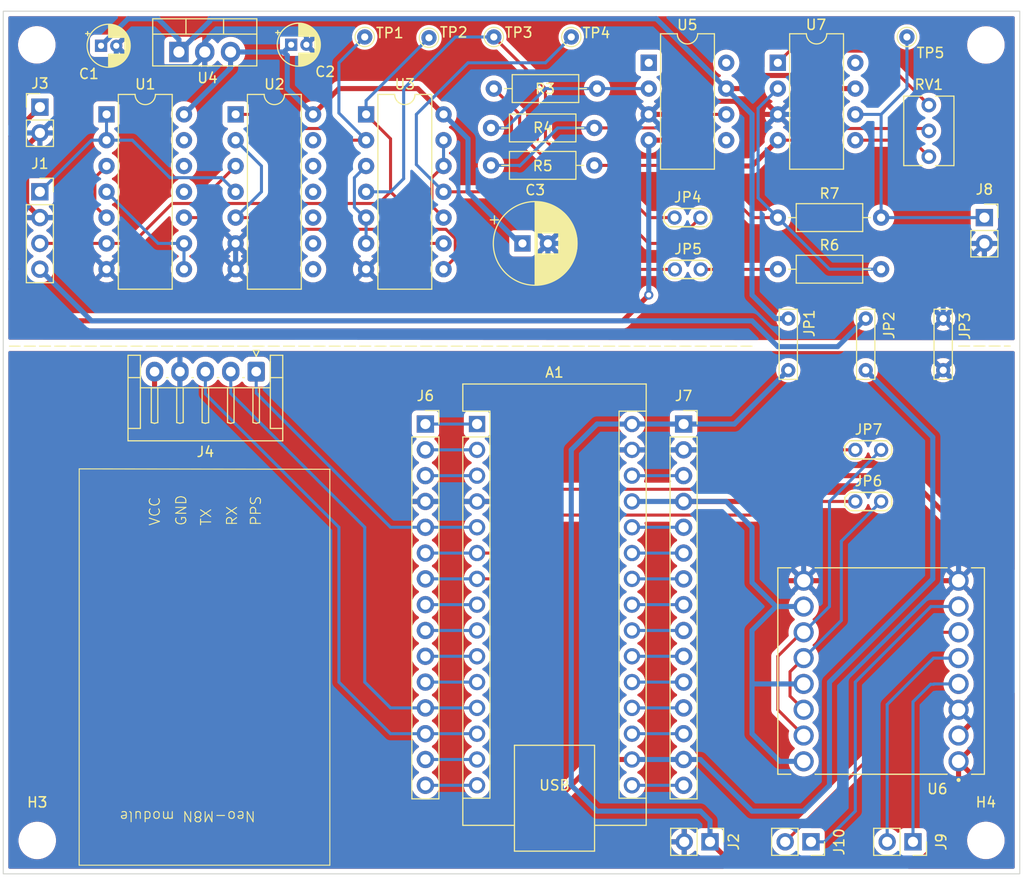
<source format=kicad_pcb>
(kicad_pcb (version 20240108) (generator "pcbnew") (generator_version "8.0")
  (layers (0 "F.Cu" signal) (31 "B.Cu" signal) (34 "B.Paste" user) (35 "F.Paste" user) (36 "B.SilkS" user "B.Silkscreen") (37 "F.SilkS" user "F.Silkscreen") (38 "B.Mask" user) (39 "F.Mask" user) (44 "Edge.Cuts" user))
  (net 0 "")
  (net 1 "/LGND")
  (net 2 "/+12V")
  (net 3 "Net-(J1-Pin_1)")
  (net 4 "/L3V3")
  (net 5 "-L12V")
  (net 6 "Net-(U2A-Q)")
  (net 7 "Net-(U2A-D)")
  (net 8 "Net-(U1-Pad4)")
  (net 9 "Net-(U1-Pad3)")
  (net 10 "Net-(JP4-A)")
  (net 11 "Net-(U3-Pad3)")
  (net 12 "Net-(JP5-B)")
  (net 13 "Net-(JP5-A)")
  (net 14 "Net-(JP6-B)")
  (net 15 "Net-(JP7-B)")
  (net 16 "+L12V")
  (net 17 "/MCU_5V")
  (net 18 "/PA15")
  (net 19 "GND")
  (net 20 "/PA4")
  (net 21 "/PB7")
  (net 22 "/PA12")
  (net 23 "/NRSTA")
  (net 24 "/PA7")
  (net 25 "/PB4")
  (net 26 "/PA6{slash}PA15")
  (net 27 "/PA11")
  (net 28 "/PF0")
  (net 29 "/PB0")
  (net 30 "/PA10")
  (net 31 "/PA8")
  (net 32 "/AVDD")
  (net 33 "/PA9")
  (net 34 "/PB3{slash}PB8")
  (net 35 "/PA2")
  (net 36 "/PA0")
  (net 37 "/+5V")
  (net 38 "Net-(J1-Pin_3)")
  (net 39 "Net-(J8-Pin_1)")
  (net 40 "Net-(J9-Pin_2)")
  (net 41 "Net-(J9-Pin_1)")
  (net 42 "Net-(J10-Pin_2)")
  (net 43 "Net-(J10-Pin_1)")
  (net 44 "/PA3")
  (net 45 "/PA1")
  (net 46 "/PB6")
  (net 47 "/MCU_3V3")
  (net 48 "/PB5")
  (net 49 "Net-(JP4-B)")
  (net 50 "Net-(U5--)")
  (net 51 "Net-(R4-Pad2)")
  (net 52 "Net-(U7--)")
  (net 53 "Net-(RV1-Pad1)")
  (net 54 "Net-(RV1-Pad3)")
  (net 55 "Net-(TP2-Pad1)")
  (net 56 "Net-(U3-Pad10)")
  (net 70 "/PA5{slash}PB7")
  (net 71 "/PF1")
  (net 72 "/NRSTB")
  (footprint "TestPoint:TestPoint_THTPad_D1.5mm_Drill0.7mm" (layer "F.Cu") (at 99.06 53.34)
    (property "Reference" "TP3")
    (property "Value" "Signal F")
  )
  (footprint "Potentiometer_THT:Potentiometer_Vishay_T73XW_Horizontal" (layer "F.Cu") (at 141.855795 60.041148)
    (property "Reference" "RV1")
    (property "Value" "100k")
  )
  (footprint "Connector_PinSocket_2.54mm:PinSocket_1x02_P2.54mm_Vertical" (layer "F.Cu") (at 140.296317 132.563877 -90)
    (property "Reference" "J9")
    (property "Value" "LCD-A")
  )
  (footprint "Resistor_THT:R_Axial_DIN0207_L6.3mm_D2.5mm_P10.16mm_Horizontal" (layer "F.Cu") (at 127 71.12)
    (property "Reference" "R7")
    (property "Value" "100k")
  )
  (footprint "TestPoint:TestPoint_THTPad_D1.5mm_Drill0.7mm" (layer "F.Cu") (at 139.7 53.34)
    (property "Reference" "TP5")
    (property "Value" "Signal H")
  )
  (footprint "TestPoint:TestPoint_THTPad_D1.5mm_Drill0.7mm" (layer "F.Cu") (at 86.36 53.34)
    (property "Reference" "TP1")
    (property "Value" "Signal D")
  )
  (footprint "Package_DIP:CERDIP-8_W7.62mm_SideBrazed" (layer "F.Cu") (at 127 55.88)
    (property "Reference" "U7")
    (property "Value" "TL081")
  )
  (footprint "Package_DIP:CERDIP-14_W7.62mm_SideBrazed" (layer "F.Cu") (at 60.96 60.96)
    (property "Reference" "U1")
    (property "Value" "4011")
  )
  (footprint "Resistor_THT:R_Axial_DIN0207_L6.3mm_D2.5mm_P10.16mm_Horizontal" (layer "F.Cu") (at 98.786368 65.980196)
    (property "Reference" "R5")
    (property "Value" "100k")
  )
  (footprint "Variants:TestPoint_Bridge_Pitch5.08mm_Drill0.7mm" (layer "F.Cu") (at 128.025841 86.137996 90)
    (property "Reference" "JP1")
    (property "Value" "+12V")
  )
  (footprint "Resistor_THT:R_Axial_DIN0207_L6.3mm_D2.5mm_P10.16mm_Horizontal" (layer "F.Cu") (at 98.786368 62.293891)
    (property "Reference" "R4")
    (property "Value" "100k")
  )
  (footprint "Module:Arduino_Nano" (layer "F.Cu") (at 97.409025 91.44)
    (property "Reference" "A1")
    (property "Value" "Nucleo32-STM32G431")
  )
  (footprint "Package_DIP:CERDIP-8_W7.62mm_SideBrazed" (layer "F.Cu") (at 114.3 55.88)
    (property "Reference" "U5")
    (property "Value" "TL081")
  )
  (footprint "TestPoint:TestPoint_2Pads_Pitch2.54mm_Drill0.8mm" (layer "F.Cu") (at 134.62 93.98)
    (property "Reference" "JP7")
    (property "Value" "Neg pulses")
  )
  (footprint "MountingHole:MountingHole_3.2mm_M3_ISO14580" (layer "F.Cu") (at 54.144974 132.428337)
    (property "Reference" "H3")
    (property "Value" "MountingHole")
  )
  (footprint "Package_TO_SOT_THT:TO-220-3_Vertical" (layer "F.Cu") (at 68.083181 54.818881)
    (property "Reference" "U4")
    (property "Value" "LM7805_TO220")
  )
  (footprint "Resistor_THT:R_Axial_DIN0207_L6.3mm_D2.5mm_P10.16mm_Horizontal" (layer "F.Cu") (at 99.06 58.42)
    (property "Reference" "R3")
    (property "Value" "100k")
  )
  (footprint "Connector_PinSocket_2.54mm:PinSocket_1x04_P2.54mm_Vertical" (layer "F.Cu") (at 54.402168 68.58)
    (property "Reference" "J1")
    (property "Value" "Neo-M8T")
  )
  (footprint "MountingHole:MountingHole_3.2mm_M3_ISO14580" (layer "F.Cu") (at 54.102773 54.115154)
    (property "Reference" "H1" (hide yes))
    (property "Value" "MountingHole")
  )
  (footprint "MountingHole:MountingHole_3.2mm_M3_ISO14580" (layer "F.Cu") (at 147.469902 54.125693)
    (property "Reference" "H2" (hide yes))
    (property "Value" "MountingHole")
  )
  (footprint "Variants:TestPoint_Bridge_Pitch5.08mm_Drill0.7mm" (layer "F.Cu") (at 135.645841 86.137996 90)
    (property "Reference" "JP2")
    (property "Value" "+3V3")
  )
  (footprint "Connector_PinSocket_2.54mm:PinSocket_1x15_P2.54mm_Vertical" (layer "F.Cu") (at 92.329025 91.44)
    (property "Reference" "J6")
    (property "Value" "CN4")
  )
  (footprint "Neo-M8N_Module:Neo-M8N_1x05_P2.50mm_Horizontal" (layer "F.Cu") (at 75.683572 86.280262 180)
    (property "Reference" "J4")
    (property "Value" "Onboard Neo_M8N")
  )
  (footprint "Package_DIP:CERDIP-14_W7.62mm_SideBrazed" (layer "F.Cu") (at 73.66 60.96)
    (property "Reference" "U2")
    (property "Value" "4013")
  )
  (footprint "Variants:TestPoint_Bridge_Pitch5.08mm_Drill0.7mm" (layer "F.Cu") (at 143.265841 86.137996 90)
    (property "Reference" "JP3")
    (property "Value" "GND")
  )
  (footprint "MountingHole:MountingHole_3.2mm_M3_ISO14580" (layer "F.Cu") (at 147.46577 132.423548)
    (property "Reference" "H4")
    (property "Value" "MountingHole")
  )
  (footprint "Capacitor_THT:CP_Radial_D8.0mm_P2.50mm" (layer "F.Cu") (at 101.878355 73.66)
    (property "Reference" "C3")
    (property "Value" "100uF")
  )
  (footprint "TB6612_Module_ROB-144450:TB6612_Module_ROB-14450" (layer "F.Cu") (at 137.16 115.751278 180)
    (property "Reference" "U6")
    (property "Value" "ROB-14450")
  )
  (footprint "Package_DIP:CERDIP-14_W7.62mm_SideBrazed" (layer "F.Cu") (at 86.4951 60.96)
    (property "Reference" "U3")
    (property "Value" "4011")
  )
  (footprint "Capacitor_THT:CP_Radial_D4.0mm_P1.50mm" (layer "F.Cu") (at 60.419404 54.204497)
    (property "Reference" "C1")
    (property "Value" "2.2uF")
  )
  (footprint "Resistor_THT:R_Axial_DIN0207_L6.3mm_D2.5mm_P10.16mm_Horizontal" (layer "F.Cu") (at 127 76.2)
    (property "Reference" "R6")
    (property "Value" "100k")
  )
  (footprint "Connector_PinSocket_2.54mm:PinSocket_1x02_P2.54mm_Vertical" (layer "F.Cu") (at 147.32 71.12)
    (property "Reference" "J8")
    (property "Value" "LCD-opamp")
  )
  (footprint "Connector_PinSocket_2.54mm:PinSocket_1x02_P2.54mm_Vertical" (layer "F.Cu") (at 130.261374 132.563877 -90)
    (property "Reference" "J10")
    (property "Value" "LCD-B")
  )
  (footprint "Connector_PinHeader_2.54mm:PinHeader_1x02_P2.54mm_Vertical" (layer "F.Cu") (at 54.408435 60.245943)
    (property "Reference" "J3")
    (property "Value" "Power in")
  )
  (footprint "Connector_PinSocket_2.54mm:PinSocket_1x15_P2.54mm_Vertical" (layer "F.Cu") (at 117.729025 91.44)
    (property "Reference" "J7")
    (property "Value" "CN3")
  )
  (footprint "TestPoint:TestPoint_2Pads_Pitch2.54mm_Drill0.8mm" (layer "F.Cu") (at 116.84 71.12)
    (property "Reference" "JP4")
    (property "Value" "Pos pulses")
  )
  (footprint "TestPoint:TestPoint_THTPad_D1.5mm_Drill0.7mm" (layer "F.Cu") (at 92.681537 53.417012)
    (property "Reference" "TP2")
    (property "Value" "Signal C")
  )
  (footprint "Connector_PinHeader_2.54mm:PinHeader_1x02_P2.54mm_Vertical" (layer "F.Cu") (at 120.328828 132.563877 -90)
    (property "Reference" "J2")
    (property "Value" "Power in")
  )
  (footprint "Capacitor_THT:CP_Radial_D4.0mm_P1.50mm" (layer "F.Cu") (at 79.122163 54.1021)
    (property "Reference" "C2")
    (property "Value" "2.2uF")
  )
  (footprint "TestPoint:TestPoint_2Pads_Pitch2.54mm_Drill0.8mm" (layer "F.Cu") (at 116.870835 76.219934)
    (property "Reference" "JP5")
    (property "Value" "Neg pulses")
  )
  (footprint "TestPoint:TestPoint_THTPad_D1.5mm_Drill0.7mm" (layer "F.Cu") (at 106.68 53.34)
    (property "Reference" "TP4")
    (property "Value" "Signal G")
  )
  (footprint "TestPoint:TestPoint_2Pads_Pitch2.54mm_Drill0.8mm" (layer "F.Cu") (at 134.62 99.06)
    (property "Reference" "JP6")
    (property "Value" "Pos pulses")
  )
  (gr_line (start 144.78 83.762843) (end 149.86 83.762843) (stroke (width 0.1) (type dash)) (layer "F.SilkS"))
  (gr_line (start 124.46 83.77212) (end 51.401126 83.77212) (stroke (width 0.1) (type dash)) (layer "F.SilkS"))
  (gr_rect (start 50.8 50.8) (end 150.8 135.71281) (stroke (width 0.1)) (fill none) (layer "Edge.Cuts"))
  (segment (start 54.408435 62.785943) (end 53.102168 64.09221) (width 0.5) (layer "F.Cu") (net 1))
  (segment (start 53.102168 69.82) (end 54.402168 71.12) (width 0.5) (layer "F.Cu") (net 1))
  (segment (start 116.84 60.96) (end 118.13 59.67) (width 0.5) (layer "F.Cu") (net 1))
  (segment (start 123.17 59.67) (end 124.46 60.96) (width 0.5) (layer "F.Cu") (net 1))
  (segment (start 124.46 60.96) (end 127 60.96) (width 0.5) (layer "F.Cu") (net 1))
  (segment (start 114.3 60.96) (end 116.84 60.96) (width 0.5) (layer "F.Cu") (net 1))
  (segment (start 118.13 59.67) (end 123.17 59.67) (width 0.5) (layer "F.Cu") (net 1))
  (segment (start 53.102168 64.09221) (end 53.102168 69.82) (width 0.5) (layer "F.Cu") (net 1))
  (segment (start 70.623181 54.818881) (end 70.623181 55.131381) (width 0.5) (layer "B.Cu") (net 1))
  (segment (start 104.378355 73.66) (end 109.22 73.66) (width 0.5) (layer "B.Cu") (net 1))
  (segment (start 83.9551 78.74) (end 86.4951 76.2) (width 0.5) (layer "B.Cu") (net 1))
  (segment (start 76.2 78.74) (end 83.9551 78.74) (width 0.5) (layer "B.Cu") (net 1))
  (segment (start 139.7 73.66) (end 143.265841 77.225841) (width 0.5) (layer "B.Cu") (net 1))
  (segment (start 147.32 73.66) (end 143.265841 77.714159) (width 0.5) (layer "B.Cu") (net 1))
  (segment (start 70.623181 54.818881) (end 70.623181 53.836819) (width 0.5) (layer "B.Cu") (net 1))
  (segment (start 88.9 78.6049) (end 88.9 78.74) (width 0.5) (layer "B.Cu") (net 1))
  (segment (start 63.983788 56.268881) (end 61.919404 54.204497) (width 0.5) (layer "B.Cu") (net 1))
  (segment (start 73.66 76.2) (end 76.2 78.74) (width 0.5) (layer "B.Cu") (net 1))
  (segment (start 132.08 63.5) (end 132.08 71.12) (width 0.5) (layer "B.Cu") (net 1))
  (segment (start 88.9 78.74) (end 101.6 78.74) (width 0.5) (layer "B.Cu") (net 1))
  (segment (start 80.622163 53.253572) (end 80.622163 54.1021) (width 0.5) (layer "B.Cu") (net 1))
  (segment (start 104.378355 75.961645) (end 104.378355 73.66) (width 0.5) (layer "B.Cu") (net 1))
  (segment (start 71.4079 53.0521) (end 80.420691 53.0521) (width 0.5) (layer "B.Cu") (net 1))
  (segment (start 86.4951 76.2) (end 88.9 78.6049) (width 0.5) (layer "B.Cu") (net 1))
  (segment (start 70.623181 55.131381) (end 69.485681 56.268881) (width 0.5) (layer "B.Cu") (net 1))
  (segment (start 111.76 71.12) (end 111.76 63.5) (width 0.5) (layer "B.Cu") (net 1))
  (segment (start 143.265841 77.714159) (end 143.265841 81.057996) (width 0.5) (layer "B.Cu") (net 1))
  (segment (start 109.22 73.66) (end 111.76 71.12) (width 0.5) (layer "B.Cu") (net 1))
  (segment (start 61.919404 54.204497) (end 61.919404 55.274974) (width 0.5) (layer "B.Cu") (net 1))
  (segment (start 54.402168 71.12) (end 55.88 71.12) (width 0.5) (layer "B.Cu") (net 1))
  (segment (start 132.08 71.12) (end 134.62 73.66) (width 0.5) (layer "B.Cu") (net 1))
  (segment (start 71.12 78.74) (end 63.5 78.74) (width 0.5) (layer "B.Cu") (net 1))
  (segment (start 143.265841 77.225841) (end 143.265841 77.714159) (width 0.5) (layer "B.Cu") (net 1))
  (segment (start 129.54 60.96) (end 132.08 63.5) (width 0.5) (layer "B.Cu") (net 1))
  (segment (start 63.5 78.74) (end 60.96 76.2) (width 0.5) (layer "B.Cu") (net 1))
  (segment (start 111.76 63.5) (end 114.3 60.96) (width 0.5) (layer "B.Cu") (net 1))
  (segment (start 55.88 71.12) (end 60.96 76.2) (width 0.5) (layer "B.Cu") (net 1))
  (segment (start 73.66 73.66) (end 73.66 76.2) (width 0.5) (layer "B.Cu") (net 1))
  (segment (start 69.485681 56.268881) (end 63.983788 56.268881) (width 0.5) (layer "B.Cu") (net 1))
  (segment (start 127 60.96) (end 129.54 60.96) (width 0.5) (layer "B.Cu") (net 1))
  (segment (start 70.623181 53.836819) (end 71.4079 53.0521) (width 0.5) (layer "B.Cu") (net 1))
  (segment (start 134.62 73.66) (end 139.7 73.66) (width 0.5) (layer "B.Cu") (net 1))
  (segment (start 80.420691 53.0521) (end 80.622163 53.253572) (width 0.5) (layer "B.Cu") (net 1))
  (segment (start 61.919404 55.274974) (end 54.408435 62.785943) (width 0.5) (layer "B.Cu") (net 1))
  (segment (start 101.6 78.74) (end 104.378355 75.961645) (width 0.5) (layer "B.Cu") (net 1))
  (segment (start 73.66 76.2) (end 71.12 78.74) (width 0.5) (layer "B.Cu") (net 1))
  (segment (start 122.384951 134.62) (end 120.328828 132.563877) (width 0.5) (layer "F.Cu") (net 2))
  (segment (start 144.78 124.641278) (end 144.78 130.680194) (width 0.5) (layer "F.Cu") (net 2))
  (segment (start 144.78 130.680194) (end 140.840194 134.62) (width 0.5) (layer "F.Cu") (net 2))
  (segment (start 140.840194 134.62) (end 122.384951 134.62) (width 0.5) (layer "F.Cu") (net 2))
  (segment (start 112.649025 91.44) (end 117.729025 91.44) (width 0.5) (layer "B.Cu") (net 2))
  (segment (start 106.68 127) (end 109.22 129.54) (width 0.5) (layer "B.Cu") (net 2))
  (segment (start 122.723837 91.44) (end 128.025841 86.137996) (width 0.5) (layer "B.Cu") (net 2))
  (segment (start 117.729025 91.44) (end 122.723837 91.44) (width 0.5) (layer "B.Cu") (net 2))
  (segment (start 106.68 93.98) (end 106.68 127) (width 0.5) (layer "B.Cu") (net 2))
  (segment (start 112.649025 91.44) (end 109.22 91.44) (width 0.5) (layer "B.Cu") (net 2))
  (segment (start 119.38 129.54) (end 120.328828 130.488828) (width 0.5) (layer "B.Cu") (net 2))
  (segment (start 109.22 91.44) (end 106.68 93.98) (width 0.5) (layer "B.Cu") (net 2))
  (segment (start 120.328828 130.488828) (end 120.328828 132.563877) (width 0.5) (layer "B.Cu") (net 2))
  (segment (start 109.22 129.54) (end 119.38 129.54) (width 0.5) (layer "B.Cu") (net 2))
  (segment (start 67.19 67.19) (end 63.5 63.5) (width 0.3) (layer "B.Cu") (net 3))
  (segment (start 60.96 63.5) (end 59.482168 63.5) (width 0.3) (layer "B.Cu") (net 3))
  (segment (start 59.482168 63.5) (end 54.402168 68.58) (width 0.3) (layer "B.Cu") (net 3))
  (segment (start 63.5 63.5) (end 60.96 63.5) (width 0.3) (layer "B.Cu") (net 3))
  (segment (start 73.66 68.58) (end 72.27 67.19) (width 0.3) (layer "B.Cu") (net 3))
  (segment (start 60.96 63.5) (end 60.96 60.96) (width 0.3) (layer "B.Cu") (net 3))
  (segment (start 72.27 67.19) (end 67.19 67.19) (width 0.3) (layer "B.Cu") (net 3))
  (segment (start 132.883837 83.82) (end 127 83.82) (width 0.5) (layer "B.Cu") (net 4))
  (segment (start 135.645841 81.057996) (end 132.883837 83.82) (width 0.5) (layer "B.Cu") (net 4))
  (segment (start 124.46 81.28) (end 59.482168 81.28) (width 0.5) (layer "B.Cu") (net 4))
  (segment (start 59.482168 81.28) (end 54.402168 76.2) (width 0.5) (layer "B.Cu") (net 4))
  (segment (start 127 83.82) (end 124.46 81.28) (width 0.5) (layer "B.Cu") (net 4))
  (segment (start 54.408435 60.245943) (end 51.55 63.104378) (width 0.5) (layer "F.Cu") (net 5))
  (segment (start 111.76 81.28) (end 114.3 78.74) (width 0.5) (layer "F.Cu") (net 5))
  (segment (start 116.84 63.5) (end 119.38 66.04) (width 0.5) (layer "F.Cu") (net 5))
  (segment (start 114.3 63.5) (end 116.84 63.5) (width 0.5) (layer "F.Cu") (net 5))
  (segment (start 141.624647 62.35) (end 141.855795 62.581148) (width 0.3) (layer "F.Cu") (net 5))
  (segment (start 129.54 63.5) (end 130.69 62.35) (width 0.3) (layer "F.Cu") (net 5))
  (segment (start 119.38 66.04) (end 124.46 66.04) (width 0.5) (layer "F.Cu") (net 5))
  (segment (start 127 63.5) (end 129.54 63.5) (width 0.3) (layer "F.Cu") (net 5))
  (segment (start 51.55 63.104378) (end 51.55 76.2) (width 0.5) (layer "F.Cu") (net 5))
  (segment (start 124.46 66.04) (end 127 63.5) (width 0.5) (layer "F.Cu") (net 5))
  (segment (start 130.69 62.35) (end 141.624647 62.35) (width 0.3) (layer "F.Cu") (net 5))
  (segment (start 58.42 81.28) (end 111.76 81.28) (width 0.5) (layer "F.Cu") (net 5))
  (segment (start 56.63 81.28) (end 58.42 81.28) (width 0.5) (layer "F.Cu") (net 5))
  (segment (start 51.55 76.2) (end 56.63 81.28) (width 0.5) (layer "F.Cu") (net 5))
  (via (at 114.3 78.74) (size 0.9) (drill 0.5) (layers "F.Cu" "B.Cu") (net 5))
  (segment (start 114.3 78.74) (end 114.3 63.5) (width 0.5) (layer "B.Cu") (net 5))
  (segment (start 77.59 62.35) (end 82.67 62.35) (width 0.3) (layer "F.Cu") (net 6))
  (segment (start 73.66 60.96) (end 76.2 60.96) (width 0.3) (layer "F.Cu") (net 6))
  (segment (start 83.82 63.5) (end 86.4951 63.5) (width 0.3) (layer "F.Cu") (net 6))
  (segment (start 82.67 62.35) (end 83.82 63.5) (width 0.3) (layer "F.Cu") (net 6))
  (segment (start 76.2 60.96) (end 77.59 62.35) (width 0.3) (layer "F.Cu") (net 6))
  (segment (start 83.82 55.88) (end 86.36 53.34) (width 0.3) (layer "B.Cu") (net 6))
  (segment (start 83.82 60.8249) (end 83.82 55.88) (width 0.3) (layer "B.Cu") (net 6))
  (segment (start 86.4951 63.5) (end 83.82 60.8249) (width 0.3) (layer "B.Cu") (net 6))
  (segment (start 76.2 71.12) (end 77.35 72.27) (width 0.3) (layer "F.Cu") (net 7))
  (segment (start 90.05 72.27) (end 91.44 73.66) (width 0.3) (layer "F.Cu") (net 7))
  (segment (start 73.66 71.12) (end 76.2 71.12) (width 0.3) (layer "F.Cu") (net 7))
  (segment (start 91.44 73.66) (end 94.1151 73.66) (width 0.3) (layer "F.Cu") (net 7))
  (segment (start 77.35 72.27) (end 90.05 72.27) (width 0.3) (layer "F.Cu") (net 7))
  (segment (start 76.2 66.04) (end 76.2 68.58) (width 0.3) (layer "B.Cu") (net 7))
  (segment (start 73.66 63.5) (end 76.2 66.04) (width 0.3) (layer "B.Cu") (net 7))
  (segment (start 76.2 68.58) (end 73.66 71.12) (width 0.3) (layer "B.Cu") (net 7))
  (segment (start 66.04 73.66) (end 68.58 73.66) (width 0.3) (layer "B.Cu") (net 8))
  (segment (start 60.96 68.58) (end 66.04 73.66) (width 0.3) (layer "B.Cu") (net 8))
  (segment (start 68.58 73.66) (end 68.58 76.2) (width 0.3) (layer "B.Cu") (net 8))
  (segment (start 59.81 69.97) (end 59.81 67.19) (width 0.3) (layer "F.Cu") (net 9))
  (segment (start 59.81 67.19) (end 60.96 66.04) (width 0.3) (layer "F.Cu") (net 9))
  (segment (start 60.96 71.12) (end 59.81 69.97) (width 0.3) (layer "F.Cu") (net 9))
  (segment (start 111.76 68.58) (end 109.22 68.58) (width 0.3) (layer "F.Cu") (net 10))
  (segment (start 114.3 71.12) (end 111.76 68.58) (width 0.3) (layer "F.Cu") (net 10))
  (segment (start 104.14 63.5) (end 104.14 58.42) (width 0.3) (layer "F.Cu") (net 10))
  (segment (start 104.14 58.42) (end 99.06 53.34) (width 0.3) (layer "F.Cu") (net 10))
  (segment (start 116.84 71.12) (end 114.3 71.12) (width 0.3) (layer "F.Cu") (net 10))
  (segment (start 109.22 68.58) (end 104.14 63.5) (width 0.3) (layer "F.Cu") (net 10))
  (segment (start 86.4951 68.58) (end 88.9 68.58) (width 0.3) (layer "B.Cu") (net 10))
  (segment (start 90.189298 67.290702) (end 90.189298 58.502669) (width 0.3) (layer "B.Cu") (net 10))
  (segment (start 90.156473 58.469844) (end 95.286317 53.34) (width 0.3) (layer "B.Cu") (net 10))
  (segment (start 95.286317 53.34) (end 99.06 53.34) (width 0.3) (layer "B.Cu") (net 10))
  (segment (start 88.9 68.58) (end 90.189298 67.290702) (width 0.3) (layer "B.Cu") (net 10))
  (segment (start 90.189298 58.502669) (end 90.156473 58.469844) (width 0.3) (layer "B.Cu") (net 10))
  (segment (start 85.3451 67.19) (end 86.4951 66.04) (width 0.3) (layer "B.Cu") (net 11))
  (segment (start 85.3451 70.1051) (end 85.3451 67.19) (width 0.3) (layer "B.Cu") (net 11))
  (segment (start 86.4951 71.12) (end 86.36 71.12) (width 0.3) (layer "B.Cu") (net 11))
  (segment (start 86.4951 73.66) (end 86.4951 71.12) (width 0.3) (layer "B.Cu") (net 11))
  (segment (start 86.36 71.12) (end 85.3451 70.1051) (width 0.3) (layer "B.Cu") (net 11))
  (segment (start 119.410835 76.219934) (end 126.980066 76.219934) (width 0.3) (layer "F.Cu") (net 12))
  (segment (start 126.980066 76.219934) (end 127 76.2) (width 0.3) (layer "F.Cu") (net 12))
  (segment (start 111.779934 76.219934) (end 104.14 68.58) (width 0.3) (layer "F.Cu") (net 13))
  (segment (start 104.14 68.58) (end 94.1151 68.58) (width 0.3) (layer "F.Cu") (net 13))
  (segment (start 116.870835 76.219934) (end 111.779934 76.219934) (width 0.3) (layer "F.Cu") (net 13))
  (segment (start 96.52 55.88) (end 104.14 55.88) (width 0.3) (layer "B.Cu") (net 13))
  (segment (start 94.1151 68.58) (end 91.44 65.9049) (width 0.3) (layer "B.Cu") (net 13))
  (segment (start 91.44 60.96) (end 96.52 55.88) (width 0.3) (layer "B.Cu") (net 13))
  (segment (start 91.44 65.9049) (end 91.44 60.96) (width 0.3) (layer "B.Cu") (net 13))
  (segment (start 104.14 55.88) (end 106.68 53.34) (width 0.3) (layer "B.Cu") (net 13))
  (segment (start 128.2 115.821278) (end 129.54 114.481278) (width 0.3) (layer "F.Cu") (net 14))
  (segment (start 128.2 118.221278) (end 128.2 115.821278) (width 0.3) (layer "F.Cu") (net 14))
  (segment (start 129.54 119.561278) (end 128.2 118.221278) (width 0.3) (layer "F.Cu") (net 14))
  (segment (start 129.54 114.481278) (end 133.247258 110.77402) (width 0.3) (layer "B.Cu") (net 14))
  (segment (start 133.247258 102.972742) (end 137.16 99.06) (width 0.3) (layer "B.Cu") (net 14))
  (segment (start 133.247258 110.77402) (end 133.247258 102.972742) (width 0.3) (layer "B.Cu") (net 14))
  (segment (start 129.54 111.941278) (end 129.358722 111.941278) (width 0.3) (layer "F.Cu") (net 15))
  (segment (start 129.358722 111.941278) (end 127 114.3) (width 0.3) (layer "F.Cu") (net 15))
  (segment (start 127 114.3) (end 127 119.561278) (width 0.3) (layer "F.Cu") (net 15))
  (segment (start 127 119.561278) (end 129.54 122.101278) (width 0.3) (layer "F.Cu") (net 15))
  (segment (start 132.08 109.401278) (end 129.54 111.941278) (width 0.3) (layer "B.Cu") (net 15))
  (segment (start 132.08 99.06) (end 132.08 109.401278) (width 0.3) (layer "B.Cu") (net 15))
  (segment (start 137.16 93.98) (end 132.08 99.06) (width 0.3) (layer "B.Cu") (net 15))
  (segment (start 124.46 58.42) (end 125.75 57.13) (width 0.5) (layer "F.Cu") (net 16))
  (segment (start 132.08 58.42) (end 134.62 58.42) (width 0.5) (layer "F.Cu") (net 16))
  (segment (start 130.79 57.13) (end 132.08 58.42) (width 0.5) (layer "F.Cu") (net 16))
  (segment (start 121.92 58.42) (end 124.46 58.42) (width 0.5) (layer "F.Cu") (net 16))
  (segment (start 125.75 57.13) (end 130.79 57.13) (width 0.5) (layer "F.Cu") (net 16))
  (segment (start 126.777996 81.057996) (end 124.46 78.74) (width 0.5) (layer "B.Cu") (net 16))
  (segment (start 128.025841 81.057996) (end 126.777996 81.057996) (width 0.5) (layer "B.Cu") (net 16))
  (segment (start 71.12 51.55) (end 71.12 51.782062) (width 0.5) (layer "B.Cu") (net 16))
  (segment (start 63.073901 51.55) (end 66.04 51.55) (width 0.5) (layer "B.Cu") (net 16))
  (segment (start 115.05 51.55) (end 71.12 51.55) (width 0.5) (layer "B.Cu") (net 16))
  (segment (start 124.46 78.74) (end 124.46 60.96) (width 0.5) (layer "B.Cu") (net 16))
  (segment (start 121.92 58.42) (end 115.05 51.55) (width 0.5) (layer "B.Cu") (net 16))
  (segment (start 60.419404 54.204497) (end 63.073901 51.55) (width 0.5) (layer "B.Cu") (net 16))
  (segment (start 66.04 51.55) (end 68.083181 53.593181) (width 0.5) (layer "B.Cu") (net 16))
  (segment (start 68.083181 53.593181) (end 68.083181 54.818881) (width 0.5) (layer "B.Cu") (net 16))
  (segment (start 71.12 51.782062) (end 68.083181 54.818881) (width 0.5) (layer "B.Cu") (net 16))
  (segment (start 124.46 60.96) (end 121.92 58.42) (width 0.5) (layer "B.Cu") (net 16))
  (segment (start 129.54 96.52) (end 127 99.06) (width 0.5) (layer "F.Cu") (net 17))
  (segment (start 149.86 106.68) (end 139.7 96.52) (width 0.5) (layer "F.Cu") (net 17))
  (segment (start 139.7 96.52) (end 129.54 96.52) (width 0.5) (layer "F.Cu") (net 17))
  (segment (start 149.86 117.021278) (end 149.86 106.68) (width 0.5) (layer "F.Cu") (net 17))
  (segment (start 144.78 122.101278) (end 149.86 117.021278) (width 0.5) (layer "F.Cu") (net 17))
  (segment (start 127 99.06) (end 117.729025 99.06) (width 0.5) (layer "F.Cu") (net 17))
  (segment (start 124.46 121.92) (end 124.46 116.84) (width 0.5) (layer "B.Cu") (net 17))
  (segment (start 124.46 107.042556) (end 124.46 101.6) (width 0.5) (layer "B.Cu") (net 17))
  (segment (start 126.818722 109.401278) (end 129.54 109.401278) (width 0.5) (layer "B.Cu") (net 17))
  (segment (start 112.649025 99.06) (end 117.729025 99.06) (width 0.5) (layer "B.Cu") (net 17))
  (segment (start 126.818722 109.401278) (end 124.46 107.042556) (width 0.5) (layer "B.Cu") (net 17))
  (segment (start 129.54 117.021278) (end 124.641278 117.021278) (width 0.5) (layer "B.Cu") (net 17))
  (segment (start 124.46 116.84) (end 124.46 111.76) (width 0.5) (layer "B.Cu") (net 17))
  (segment (start 124.46 101.6) (end 121.92 99.06) (width 0.5) (layer "B.Cu") (net 17))
  (segment (start 124.46 111.76) (end 126.818722 109.401278) (width 0.5) (layer "B.Cu") (net 17))
  (segment (start 121.92 99.06) (end 117.729025 99.06) (width 0.5) (layer "B.Cu") (net 17))
  (segment (start 124.641278 117.021278) (end 124.46 116.84) (width 0.5) (layer "B.Cu") (net 17))
  (segment (start 127.181278 124.641278) (end 124.46 121.92) (width 0.5) (layer "B.Cu") (net 17))
  (segment (start 129.54 124.641278) (end 127.181278 124.641278) (width 0.5) (layer "B.Cu") (net 17))
  (segment (start 92.329025 109.22) (end 97.409025 109.22) (width 0.3) (layer "B.Cu") (net 18))
  (segment (start 121.92 127) (end 117.788828 131.131172) (width 0.5) (layer "F.Cu") (net 19))
  (segment (start 97.409025 99.06) (end 101.6 99.06) (width 0.5) (layer "F.Cu") (net 19))
  (segment (start 68.183572 86.280262) (end 68.183572 91.043572) (width 0.5) (layer "F.Cu") (net 19))
  (segment (start 106.68 93.98) (end 112.649025 93.98) (width 0.5) (layer "F.Cu") (net 19))
  (segment (start 68.183572 91.043572) (end 76.2 99.06) (width 0.5) (layer "F.Cu") (net 19))
  (segment (start 147.32 117.021278) (end 144.78 119.561278) (width 0.5) (layer "F.Cu") (net 19))
  (segment (start 147.32 109.401278) (end 147.32 117.021278) (width 0.5) (layer "F.Cu") (net 19))
  (segment (start 121.92 111.76) (end 121.92 127) (width 0.5) (layer "F.Cu") (net 19))
  (segment (start 129.54 106.861278) (end 144.78 106.861278) (width 0.5) (layer "F.Cu") (net 19))
  (segment (start 101.6 99.06) (end 106.68 93.98) (width 0.5) (layer "F.Cu") (net 19))
  (segment (start 76.2 99.06) (end 92.329025 99.06) (width 0.5) (layer "F.Cu") (net 19))
  (segment (start 144.78 106.861278) (end 147.32 109.401278) (width 0.5) (layer "F.Cu") (net 19))
  (segment (start 126.818722 106.861278) (end 129.54 106.861278) (width 0.5) (layer "F.Cu") (net 19))
  (segment (start 126.818722 106.861278) (end 121.92 111.76) (width 0.5) (layer "F.Cu") (net 19))
  (segment (start 117.788828 132.563877) (end 117.788828 131.131172) (width 0.5) (layer "F.Cu") (net 19))
  (segment (start 144.78 87.652155) (end 144.78 106.861278) (width 0.5) (layer "B.Cu") (net 19))
  (segment (start 143.265841 86.137996) (end 144.78 87.652155) (width 0.5) (layer "B.Cu") (net 19))
  (segment (start 124.46 93.98) (end 129.54 99.06) (width 0.5) (layer "B.Cu") (net 19))
  (segment (start 117.729025 93.98) (end 112.649025 93.98) (width 0.5) (layer "B.Cu") (net 19))
  (segment (start 129.54 99.06) (end 129.54 106.861278) (width 0.5) (layer "B.Cu") (net 19))
  (segment (start 117.729025 93.98) (end 124.46 93.98) (width 0.5) (layer "B.Cu") (net 19))
  (segment (start 92.329025 99.06) (end 97.409025 99.06) (width 0.5) (layer "B.Cu") (net 19))
  (segment (start 112.649025 111.76) (end 117.729025 111.76) (width 0.3) (layer "B.Cu") (net 20))
  (segment (start 99.06 106.68) (end 97.409025 106.68) (width 0.3) (layer "F.Cu") (net 21))
  (segment (start 128.2 100.4) (end 105.34 100.4) (width 0.3) (layer "F.Cu") (net 21))
  (segment (start 105.34 100.4) (end 99.06 106.68) (width 0.3) (layer "F.Cu") (net 21))
  (segment (start 134.62 99.06) (end 129.54 99.06) (width 0.3) (layer "F.Cu") (net 21))
  (segment (start 129.54 99.06) (end 128.2 100.4) (width 0.3) (layer "F.Cu") (net 21))
  (segment (start 92.329025 106.68) (end 97.409025 106.68) (width 0.3) (layer "B.Cu") (net 21))
  (segment (start 88.9 101.6) (end 75.683572 88.383572) (width 0.3) (layer "B.Cu") (net 22))
  (segment (start 92.329025 101.6) (end 97.409025 101.6) (width 0.3) (layer "B.Cu") (net 22))
  (segment (start 92.329025 101.6) (end 88.9 101.6) (width 0.3) (layer "B.Cu") (net 22))
  (segment (start 75.683572 88.383572) (end 75.683572 86.280262) (width 0.3) (layer "B.Cu") (net 22))
  (segment (start 92.329025 96.52) (end 97.409025 96.52) (width 0.3) (layer "B.Cu") (net 23))
  (segment (start 112.649025 104.14) (end 117.729025 104.14) (width 0.3) (layer "B.Cu") (net 24))
  (segment (start 92.329025 127) (end 97.409025 127) (width 0.3) (layer "B.Cu") (net 25))
  (segment (start 112.649025 106.68) (end 117.729025 106.68) (width 0.3) (layer "B.Cu") (net 26))
  (segment (start 92.329025 121.92) (end 97.409025 121.92) (width 0.3) (layer "B.Cu") (net 27))
  (segment (start 83.82 116.84) (end 83.82 101.6) (width 0.3) (layer "B.Cu") (net 27))
  (segment (start 83.82 101.6) (end 70.683572 88.463572) (width 0.3) (layer "B.Cu") (net 27))
  (segment (start 70.683572 88.463572) (end 70.683572 86.280262) (width 0.3) (layer "B.Cu") (net 27))
  (segment (start 92.329025 121.92) (end 88.9 121.92) (width 0.3) (layer "B.Cu") (net 27))
  (segment (start 88.9 121.92) (end 83.82 116.84) (width 0.3) (layer "B.Cu") (net 27))
  (segment (start 92.329025 114.3) (end 97.409025 114.3) (width 0.3) (layer "B.Cu") (net 28))
  (segment (start 97.409025 104.14) (end 99.06 104.14) (width 0.3) (layer "F.Cu") (net 29))
  (segment (start 125.66 97.86) (end 129.54 93.98) (width 0.3) (layer "F.Cu") (net 29))
  (segment (start 105.34 97.86) (end 125.66 97.86) (width 0.3) (layer "F.Cu") (net 29))
  (segment (start 99.06 104.14) (end 105.34 97.86) (width 0.3) (layer "F.Cu") (net 29))
  (segment (start 129.54 93.98) (end 134.62 93.98) (width 0.3) (layer "F.Cu") (net 29))
  (segment (start 92.329025 104.14) (end 97.409025 104.14) (width 0.3) (layer "B.Cu") (net 29))
  (segment (start 92.329025 93.98) (end 97.409025 93.98) (width 0.3) (layer "B.Cu") (net 30))
  (segment (start 86.36 101.6) (end 73.183572 88.423572) (width 0.3) (layer "B.Cu") (net 31))
  (segment (start 73.183572 88.423572) (end 73.183572 86.280262) (width 0.3) (layer "B.Cu") (net 31))
  (segment (start 92.329025 119.38) (end 88.9 119.38) (width 0.3) (layer "B.Cu") (net 31))
  (segment (start 86.36 116.84) (end 86.36 101.6) (width 0.3) (layer "B.Cu") (net 31))
  (segment (start 92.329025 119.38) (end 97.409025 119.38) (width 0.3) (layer "B.Cu") (net 31))
  (segment (start 88.9 119.38) (end 86.36 116.84) (width 0.3) (layer "B.Cu") (net 31))
  (segment (start 112.649025 121.92) (end 117.729025 121.92) (width 0.3) (layer "B.Cu") (net 32))
  (segment (start 92.329025 91.44) (end 97.409025 91.44) (width 0.3) (layer "B.Cu") (net 33))
  (segment (start 112.649025 127) (end 117.729025 127) (width 0.3) (layer "B.Cu") (net 34))
  (segment (start 112.649025 101.6) (end 117.729025 101.6) (width 0.3) (layer "B.Cu") (net 35))
  (segment (start 112.649025 119.38) (end 117.729025 119.38) (width 0.3) (layer "B.Cu") (net 36))
  (segment (start 91.5751 58.42) (end 94.1151 60.96) (width 0.5) (layer "F.Cu") (net 37))
  (segment (start 81.28 60.96) (end 83.82 58.42) (width 0.5) (layer "F.Cu") (net 37))
  (segment (start 83.82 58.42) (end 91.5751 58.42) (width 0.5) (layer "F.Cu") (net 37))
  (segment (start 78.74 55.153499) (end 78.405382 54.818881) (width 0.5) (layer "B.Cu") (net 37))
  (segment (start 73.163181 54.818881) (end 78.405382 54.818881) (width 0.5) (layer "B.Cu") (net 37))
  (segment (start 68.58 60.96) (end 73.163181 56.376819) (width 0.5) (layer "B.Cu") (net 37))
  (segment (start 94.1151 60.96) (end 96.52 63.3649) (width 0.5) (layer "B.Cu") (net 37))
  (segment (start 78.405382 54.818881) (end 79.122163 54.1021) (width 0.5) (layer "B.Cu") (net 37))
  (segment (start 73.163181 56.376819) (end 73.163181 54.818881) (width 0.5) (layer "B.Cu") (net 37))
  (segment (start 96.52 68.58) (end 101.6 73.66) (width 0.5) (layer "B.Cu") (net 37))
  (segment (start 101.6 73.66) (end 101.878355 73.66) (width 0.5) (layer "B.Cu") (net 37))
  (segment (start 78.74 58.42) (end 78.74 55.153499) (width 0.5) (layer "B.Cu") (net 37))
  (segment (start 96.52 63.3649) (end 96.52 68.58) (width 0.5) (layer "B.Cu") (net 37))
  (segment (start 81.28 60.96) (end 78.74 58.42) (width 0.5) (layer "B.Cu") (net 37))
  (segment (start 67.43 69.73) (end 69.97 69.73) (width 0.3) (layer "F.Cu") (net 38))
  (segment (start 63.5 73.66) (end 67.43 69.73) (width 0.3) (layer "F.Cu") (net 38))
  (segment (start 60.96 73.66) (end 63.5 73.66) (width 0.3) (layer "F.Cu") (net 38))
  (segment (start 69.97 69.73) (end 73.66 66.04) (width 0.3) (layer "F.Cu") (net 38))
  (segment (start 60.96 73.66) (end 54.402168 73.66) (width 0.3) (layer "F.Cu") (net 38))
  (segment (start 137.16 60.96) (end 137.16 71.12) (width 0.3) (layer "B.Cu") (net 39))
  (segment (start 137.16 71.12) (end 147.32 71.12) (width 0.3) (layer "B.Cu") (net 39))
  (segment (start 134.62 60.96) (end 137.16 60.96) (width 0.3) (layer "B.Cu") (net 39))
  (segment (start 139.7 58.42) (end 139.7 53.34) (width 0.3) (layer "B.Cu") (net 39))
  (segment (start 137.16 60.96) (end 139.7 58.42) (width 0.3) (layer "B.Cu") (net 39))
  (segment (start 137.756317 119.049778) (end 142.324817 114.481278) (width 0.3) (layer "B.Cu") (net 40))
  (segment (start 142.324817 114.481278) (end 144.78 114.481278) (width 0.3) (layer "B.Cu") (net 40))
  (segment (start 137.756317 132.563877) (end 137.756317 119.049778) (width 0.3) (layer "B.Cu") (net 40))
  (segment (start 140.296317 118.783683) (end 142.024807 117.055193) (width 0.3) (layer "B.Cu") (net 41))
  (segment (start 140.296317 132.563877) (end 140.296317 118.783683) (width 0.3) (layer "B.Cu") (net 41))
  (segment (start 142.333226 117.055193) (end 142.367141 117.021278) (width 0.3) (layer "B.Cu") (net 41))
  (segment (start 142.367141 117.021278) (end 144.78 117.021278) (width 0.3) (layer "B.Cu") (net 41))
  (segment (start 142.024807 117.055193) (end 142.333226 117.055193) (width 0.3) (layer "B.Cu") (net 41))
  (segment (start 135.985428 124.305709) (end 135.979542 124.305709) (width 0.3) (layer "F.Cu") (net 42))
  (segment (start 136.269037 117.971762) (end 136.269037 124.0221) (width 0.3) (layer "F.Cu") (net 42))
  (segment (start 135.979542 124.305709) (end 127.721374 132.563877) (width 0.3) (layer "F.Cu") (net 42))
  (segment (start 142.299521 111.941278) (end 136.269037 117.971762) (width 0.3) (layer "F.Cu") (net 42))
  (segment (start 144.78 111.941278) (end 142.299521 111.941278) (width 0.3) (layer "F.Cu") (net 42))
  (segment (start 136.269037 124.0221) (end 135.985428 124.305709) (width 0.3) (layer "F.Cu") (net 42))
  (segment (start 134.62 129.54) (end 134.62 116.84) (width 0.3) (layer "B.Cu") (net 43))
  (segment (start 142.058722 109.401278) (end 144.78 109.401278) (width 0.3) (layer "B.Cu") (net 43))
  (segment (start 131.596123 132.563877) (end 134.62 129.54) (width 0.3) (layer "B.Cu") (net 43))
  (segment (start 130.261374 132.563877) (end 131.596123 132.563877) (width 0.3) (layer "B.Cu") (net 43))
  (segment (start 134.62 116.84) (end 142.058722 109.401278) (width 0.3) (layer "B.Cu") (net 43))
  (segment (start 112.649025 114.3) (end 117.729025 114.3) (width 0.3) (layer "B.Cu") (net 44))
  (segment (start 112.649025 116.84) (end 117.729025 116.84) (width 0.3) (layer "B.Cu") (net 45))
  (segment (start 92.329025 111.76) (end 97.409025 111.76) (width 0.3) (layer "B.Cu") (net 46))
  (segment (start 112.649025 124.46) (end 109.22 124.46) (width 0.5) (layer "F.Cu") (net 47))
  (segment (start 101.6 132.08) (end 83.82 132.08) (width 0.5) (layer "F.Cu") (net 47))
  (segment (start 65.651936 113.911936) (end 65.651936 112.661668) (width 0.5) (layer "F.Cu") (net 47))
  (segment (start 65.683572 112.630032) (end 65.683572 86.280262) (width 0.5) (layer "F.Cu") (net 47))
  (segment (start 65.651936 112.661668) (end 65.683572 112.630032) (width 0.5) (layer "F.Cu") (net 47))
  (segment (start 83.82 132.08) (end 65.651936 113.911936) (width 0.5) (layer "F.Cu") (net 47))
  (segment (start 109.22 124.46) (end 101.6 132.08) (width 0.5) (layer "F.Cu") (net 47))
  (segment (start 124.46 129.54) (end 119.38 124.46) (width 0.5) (layer "B.Cu") (net 47))
  (segment (start 142.24 106.68) (end 132.08 116.84) (width 0.5) (layer "B.Cu") (net 47))
  (segment (start 135.645841 86.137996) (end 142.24 92.732155) (width 0.5) (layer "B.Cu") (net 47))
  (segment (start 119.38 124.46) (end 117.729025 124.46) (width 0.5) (layer "B.Cu") (net 47))
  (segment (start 132.08 116.84) (end 132.08 127) (width 0.5) (layer "B.Cu") (net 47))
  (segment (start 112.649025 124.46) (end 117.729025 124.46) (width 0.5) (layer "B.Cu") (net 47))
  (segment (start 129.54 129.54) (end 124.46 129.54) (width 0.5) (layer "B.Cu") (net 47))
  (segment (start 132.08 127) (end 129.54 129.54) (width 0.5) (layer "B.Cu") (net 47))
  (segment (start 142.24 92.732155) (end 142.24 106.68) (width 0.5) (layer "B.Cu") (net 47))
  (segment (start 92.329025 124.46) (end 97.409025 124.46) (width 0.3) (layer "B.Cu") (net 48))
  (segment (start 119.38 71.12) (end 116.84 73.66) (width 0.3) (layer "F.Cu") (net 49))
  (segment (start 114.3 73.66) (end 111.76 71.12) (width 0.3) (layer "F.Cu") (net 49))
  (segment (start 101.6 62.792894) (end 101.6 60.96) (width 0.3) (layer "F.Cu") (net 49))
  (segment (start 116.84 73.66) (end 114.3 73.66) (width 0.3) (layer "F.Cu") (net 49))
  (segment (start 109.927106 71.12) (end 101.6 62.792894) (width 0.3) (layer "F.Cu") (net 49))
  (segment (start 111.76 71.12) (end 109.927106 71.12) (width 0.3) (layer "F.Cu") (net 49))
  (segment (start 101.6 60.96) (end 99.06 58.42) (width 0.3) (layer "F.Cu") (net 49))
  (segment (start 109.22 58.42) (end 114.3 58.42) (width 0.3) (layer "B.Cu") (net 50))
  (segment (start 100.266109 62.293891) (end 104.14 58.42) (width 0.3) (layer "B.Cu") (net 50))
  (segment (start 104.14 58.42) (end 109.22 58.42) (width 0.3) (layer "B.Cu") (net 50))
  (segment (start 98.786368 62.293891) (end 100.266109 62.293891) (width 0.3) (layer "B.Cu") (net 50))
  (segment (start 108.946368 62.293891) (end 118.046109 62.293891) (width 0.3) (layer "F.Cu") (net 51))
  (segment (start 118.046109 62.293891) (end 119.38 60.96) (width 0.3) (layer "F.Cu") (net 51))
  (segment (start 119.38 60.96) (end 121.92 60.96) (width 0.3) (layer "F.Cu") (net 51))
  (segment (start 105.346109 62.293891) (end 108.946368 62.293891) (width 0.3) (layer "B.Cu") (net 51))
  (segment (start 101.540196 65.980196) (end 101.6 66.04) (width 0.3) (layer "B.Cu") (net 51))
  (segment (start 98.786368 65.980196) (end 101.540196 65.980196) (width 0.3) (layer "B.Cu") (net 51))
  (segment (start 101.6 66.04) (end 105.346109 62.293891) (width 0.3) (layer "B.Cu") (net 51))
  (segment (start 127 71.12) (end 124.46 71.12) (width 0.3) (layer "F.Cu") (net 52))
  (segment (start 116.780196 65.980196) (end 108.946368 65.980196) (width 0.3) (layer "F.Cu") (net 52))
  (segment (start 124.46 71.12) (end 121.92 68.58) (width 0.3) (layer "F.Cu") (net 52))
  (segment (start 121.92 68.58) (end 119.38 68.58) (width 0.3) (layer "F.Cu") (net 52))
  (segment (start 119.38 68.58) (end 116.780196 65.980196) (width 0.3) (layer "F.Cu") (net 52))
  (segment (start 137.16 76.2) (end 132.08 76.2) (width 0.3) (layer "B.Cu") (net 52))
  (segment (start 125.06 60.36) (end 127 58.42) (width 0.3) (layer "B.Cu") (net 52))
  (segment (start 127 71.12) (end 125.06 69.18) (width 0.3) (layer "B.Cu") (net 52))
  (segment (start 132.08 76.2) (end 127 71.12) (width 0.3) (layer "B.Cu") (net 52))
  (segment (start 125.06 69.18) (end 125.06 60.36) (width 0.3) (layer "B.Cu") (net 52))
  (segment (start 128.15 54.73) (end 136.544647 54.73) (width 0.3) (layer "F.Cu") (net 53))
  (segment (start 127 55.88) (end 128.15 54.73) (width 0.3) (layer "F.Cu") (net 53))
  (segment (start 136.544647 54.73) (end 141.855795 60.041148) (width 0.3) (layer "F.Cu") (net 53))
  (segment (start 134.62 63.5) (end 140.234647 63.5) (width 0.3) (layer "F.Cu") (net 54))
  (segment (start 140.234647 63.5) (end 141.855795 65.121148) (width 0.3) (layer "F.Cu") (net 54))
  (segment (start 95.2651 73.183654) (end 94.351446 72.27) (width 0.3) (layer "F.Cu") (net 55))
  (segment (start 68.58 71.12) (end 71.12 71.12) (width 0.3) (layer "F.Cu") (net 55))
  (segment (start 94.351446 72.27) (end 92.59 72.27) (width 0.3) (layer "F.Cu") (net 55))
  (segment (start 88.9 63.3649) (end 86.4951 60.96) (width 0.3) (layer "F.Cu") (net 55))
  (segment (start 94.1151 76.2) (end 95.2651 75.05) (width 0.3) (layer "F.Cu") (net 55))
  (segment (start 95.2651 75.05) (end 95.2651 73.183654) (width 0.3) (layer "F.Cu") (net 55))
  (segment (start 71.12 71.12) (end 72.51 69.73) (width 0.3) (layer "F.Cu") (net 55))
  (segment (start 88.9 68.58) (end 88.9 63.3649) (width 0.3) (layer "F.Cu") (net 55))
  (segment (start 92.59 72.27) (end 88.9 68.58) (width 0.3) (layer "F.Cu") (net 55))
  (segment (start 87.75 69.73) (end 88.9 68.58) (width 0.3) (layer "F.Cu") (net 55))
  (segment (start 72.51 69.73) (end 87.75 69.73) (width 0.3) (layer "F.Cu") (net 55))
  (segment (start 86.4951 59.603449) (end 92.681537 53.417012) (width 0.3) (layer "B.Cu") (net 55))
  (segment (start 86.4951 60.96) (end 86.4951 59.603449) (width 0.3) (layer "B.Cu") (net 55))
  (segment (start 94.1151 66.04) (end 92.9651 67.19) (width 0.3) (layer "F.Cu") (net 56))
  (segment (start 92.9651 67.19) (end 92.9651 69.97) (width 0.3) (layer "F.Cu") (net 56))
  (segment (start 92.9651 69.97) (end 94.1151 71.12) (width 0.3) (layer "F.Cu") (net 56))
  (segment (start 94.1151 63.5) (end 94.1151 66.04) (width 0.3) (layer "B.Cu") (net 56))
  (segment (start 112.649025 109.22) (end 117.729025 109.22) (width 0.3) (layer "B.Cu") (net 70))
  (segment (start 92.329025 116.84) (end 97.409025 116.84) (width 0.3) (layer "B.Cu") (net 71))
  (segment (start 112.649025 96.52) (end 117.729025 96.52) (width 0.3) (layer "B.Cu") (net 72))
  (zone (net 2) (net_name "/+12V") (layer "F.Cu") (priority 2) (connect_pads (clearance 0.5)) (min_thickness 0.25) (fill yes (thermal_gap 0.5) (thermal_bridge_width 0.5))
    (polygon (pts (xy 139.446016 135.342825) (xy 144.291596 130.328703) (xy 144.319686 123.474665) (xy 150.45742 117.393111) (xy 150.42933 135.370915)))
  )
  (zone (net 19) (net_name "GND") (layers "F&B.Cu") (priority 1) (connect_pads (clearance 0.5)) (min_thickness 0.25) (fill yes (thermal_gap 0.5) (thermal_bridge_width 0.5))
    (polygon (pts (xy 50.479787 84.256795) (xy 151.217901 84.256795) (xy 151.081768 136.055244) (xy 50.547854 135.919111)))
  )
  (zone (net 1) (net_name "/LGND") (layers "F&B.Cu") (connect_pads (clearance 0.5)) (min_thickness 0.25) (fill yes (thermal_gap 0.5) (thermal_bridge_width 0.5))
    (polygon (pts (xy 50.693125 50.555632) (xy 150.980614 50.604263) (xy 151.037888 83.18467) (xy 50.574954 83.13134)))
  )
)
</source>
